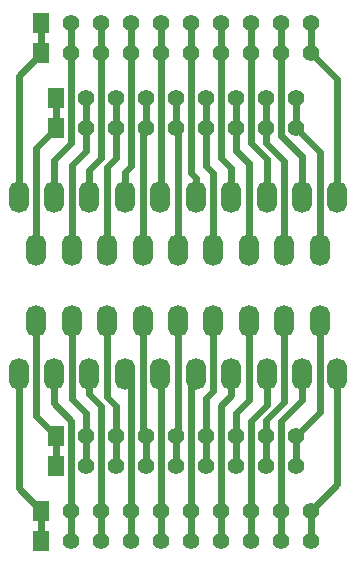
<source format=gbl>
G04 (created by PCBNEW (2013-07-07 BZR 4022)-stable) date 05/11/2014 12:09:02*
%MOIN*%
G04 Gerber Fmt 3.4, Leading zero omitted, Abs format*
%FSLAX34Y34*%
G01*
G70*
G90*
G04 APERTURE LIST*
%ADD10C,0.00590551*%
%ADD11R,0.0551181X0.0669291*%
%ADD12C,0.0551181*%
%ADD13O,0.0669291X0.106299*%
%ADD14C,0.024*%
G04 APERTURE END LIST*
G54D10*
G54D11*
X59750Y-54000D03*
G54D12*
X60750Y-54000D03*
X61750Y-54000D03*
X62750Y-54000D03*
X63750Y-54000D03*
X64750Y-54000D03*
X65750Y-54000D03*
X66750Y-54000D03*
X67750Y-54000D03*
X68750Y-54000D03*
G54D11*
X60250Y-66750D03*
G54D12*
X61250Y-66750D03*
X62250Y-66750D03*
X63250Y-66750D03*
X64250Y-66750D03*
X65250Y-66750D03*
X66250Y-66750D03*
X67250Y-66750D03*
X68250Y-66750D03*
G54D11*
X60250Y-56500D03*
G54D12*
X61250Y-56500D03*
X62250Y-56500D03*
X63250Y-56500D03*
X64250Y-56500D03*
X65250Y-56500D03*
X66250Y-56500D03*
X67250Y-56500D03*
X68250Y-56500D03*
G54D11*
X59750Y-69250D03*
G54D12*
X60750Y-69250D03*
X61750Y-69250D03*
X62750Y-69250D03*
X63750Y-69250D03*
X64750Y-69250D03*
X65750Y-69250D03*
X66750Y-69250D03*
X67750Y-69250D03*
X68750Y-69250D03*
G54D11*
X60250Y-55500D03*
G54D12*
X61250Y-55500D03*
X62250Y-55500D03*
X63250Y-55500D03*
X64250Y-55500D03*
X65250Y-55500D03*
X66250Y-55500D03*
X67250Y-55500D03*
X68250Y-55500D03*
G54D11*
X59750Y-53000D03*
G54D12*
X60750Y-53000D03*
X61750Y-53000D03*
X62750Y-53000D03*
X63750Y-53000D03*
X64750Y-53000D03*
X65750Y-53000D03*
X66750Y-53000D03*
X67750Y-53000D03*
X68750Y-53000D03*
G54D11*
X59750Y-70250D03*
G54D12*
X60750Y-70250D03*
X61750Y-70250D03*
X62750Y-70250D03*
X63750Y-70250D03*
X64750Y-70250D03*
X65750Y-70250D03*
X66750Y-70250D03*
X67750Y-70250D03*
X68750Y-70250D03*
G54D11*
X60250Y-67750D03*
G54D12*
X61250Y-67750D03*
X62250Y-67750D03*
X63250Y-67750D03*
X64250Y-67750D03*
X65250Y-67750D03*
X66250Y-67750D03*
X67250Y-67750D03*
X68250Y-67750D03*
G54D13*
X59000Y-58797D03*
X60181Y-58797D03*
X61362Y-58797D03*
X62543Y-58797D03*
X63724Y-58797D03*
X64905Y-58797D03*
X66086Y-58797D03*
X67267Y-58797D03*
X68448Y-58797D03*
X69629Y-58797D03*
X59000Y-64702D03*
X60181Y-64702D03*
X61362Y-64702D03*
X62543Y-64702D03*
X63724Y-64702D03*
X64905Y-64702D03*
X66086Y-64702D03*
X67267Y-64702D03*
X68448Y-64702D03*
X69629Y-64702D03*
X59590Y-60568D03*
X60774Y-60568D03*
X61955Y-60568D03*
X63137Y-60568D03*
X64318Y-60568D03*
X65499Y-60568D03*
X66680Y-60568D03*
X67861Y-60568D03*
X69042Y-60568D03*
X59590Y-62931D03*
X60774Y-62931D03*
X61955Y-62931D03*
X63137Y-62931D03*
X64318Y-62931D03*
X65499Y-62931D03*
X66680Y-62931D03*
X67861Y-62931D03*
X69042Y-62931D03*
G54D14*
X59000Y-58797D02*
X59000Y-54750D01*
X59000Y-54750D02*
X59750Y-54000D01*
X59750Y-53000D02*
X59750Y-54000D01*
X69629Y-58797D02*
X69629Y-54879D01*
X69629Y-54879D02*
X68750Y-54000D01*
X68750Y-53000D02*
X68750Y-54000D01*
X66680Y-60568D02*
X66680Y-57680D01*
X66250Y-57250D02*
X66250Y-56500D01*
X66680Y-57680D02*
X66250Y-57250D01*
X66250Y-55500D02*
X66250Y-56500D01*
X64318Y-62931D02*
X64318Y-66681D01*
X64318Y-66681D02*
X64250Y-66750D01*
X64250Y-67750D02*
X64250Y-66750D01*
X65499Y-62931D02*
X65499Y-65250D01*
X65250Y-65500D02*
X65250Y-66750D01*
X65499Y-65250D02*
X65250Y-65500D01*
X65250Y-67750D02*
X65250Y-66750D01*
X66680Y-62931D02*
X66680Y-65569D01*
X66250Y-66000D02*
X66250Y-66750D01*
X66680Y-65569D02*
X66250Y-66000D01*
X66250Y-67750D02*
X66250Y-66750D01*
X67861Y-62931D02*
X67861Y-65619D01*
X67250Y-66230D02*
X67250Y-66750D01*
X67861Y-65619D02*
X67250Y-66230D01*
X67250Y-67750D02*
X67250Y-66750D01*
X69042Y-62931D02*
X69042Y-65957D01*
X69042Y-65957D02*
X68250Y-66750D01*
X68250Y-67750D02*
X68250Y-66750D01*
X59590Y-60568D02*
X59590Y-57159D01*
X59590Y-57159D02*
X60250Y-56500D01*
X60250Y-55500D02*
X60250Y-56500D01*
X60774Y-60568D02*
X60774Y-57725D01*
X61250Y-57250D02*
X61250Y-56500D01*
X60774Y-57725D02*
X61250Y-57250D01*
X61250Y-55500D02*
X61250Y-56500D01*
X61955Y-60568D02*
X61955Y-57794D01*
X62250Y-57500D02*
X62250Y-56500D01*
X61955Y-57794D02*
X62250Y-57500D01*
X62250Y-55500D02*
X62250Y-56500D01*
X60750Y-54000D02*
X60750Y-57000D01*
X60181Y-57568D02*
X60181Y-58797D01*
X60750Y-57000D02*
X60181Y-57568D01*
X60750Y-53000D02*
X60750Y-54000D01*
X63137Y-60568D02*
X63137Y-56612D01*
X63137Y-56612D02*
X63250Y-56500D01*
X63250Y-55500D02*
X63250Y-56500D01*
X64318Y-60568D02*
X64318Y-56568D01*
X64318Y-56568D02*
X64250Y-56500D01*
X64250Y-55500D02*
X64250Y-56500D01*
X65499Y-60568D02*
X65499Y-57999D01*
X65250Y-57750D02*
X65250Y-56500D01*
X65499Y-57999D02*
X65250Y-57750D01*
X65250Y-55500D02*
X65250Y-56500D01*
X63137Y-62931D02*
X63137Y-66637D01*
X63137Y-66637D02*
X63250Y-66750D01*
X63250Y-67750D02*
X63250Y-66750D01*
X67861Y-60568D02*
X67861Y-57611D01*
X67250Y-57000D02*
X67250Y-56500D01*
X67861Y-57611D02*
X67250Y-57000D01*
X67250Y-55500D02*
X67250Y-56500D01*
X69042Y-60568D02*
X69042Y-57292D01*
X69042Y-57292D02*
X68250Y-56500D01*
X68250Y-55500D02*
X68250Y-56500D01*
X61750Y-69250D02*
X61750Y-65750D01*
X61362Y-65362D02*
X61362Y-64702D01*
X61750Y-65750D02*
X61362Y-65362D01*
X61750Y-70250D02*
X61750Y-69250D01*
X59750Y-70250D02*
X59750Y-69250D01*
X59000Y-64702D02*
X59000Y-68500D01*
X59000Y-68500D02*
X59750Y-69250D01*
X60750Y-69250D02*
X60750Y-66250D01*
X60181Y-65681D02*
X60181Y-64702D01*
X60750Y-66250D02*
X60181Y-65681D01*
X60750Y-70250D02*
X60750Y-69250D01*
X62750Y-69250D02*
X62750Y-64909D01*
X62750Y-64909D02*
X62543Y-64702D01*
X62750Y-70250D02*
X62750Y-69250D01*
X61750Y-54000D02*
X61750Y-57500D01*
X61362Y-57887D02*
X61362Y-58797D01*
X61750Y-57500D02*
X61362Y-57887D01*
X61750Y-53000D02*
X61750Y-54000D01*
X63750Y-69250D02*
X63750Y-64728D01*
X63750Y-64728D02*
X63724Y-64702D01*
X63750Y-70250D02*
X63750Y-69250D01*
X64750Y-69250D02*
X64750Y-64858D01*
X64750Y-64858D02*
X64905Y-64702D01*
X64750Y-70250D02*
X64750Y-69250D01*
X65750Y-69250D02*
X65750Y-65750D01*
X66086Y-65413D02*
X66086Y-64702D01*
X65750Y-65750D02*
X66086Y-65413D01*
X65750Y-70250D02*
X65750Y-69250D01*
X66750Y-69250D02*
X66750Y-66250D01*
X67267Y-65732D02*
X67267Y-64702D01*
X66750Y-66250D02*
X67267Y-65732D01*
X66750Y-70250D02*
X66750Y-69250D01*
X67750Y-69250D02*
X67750Y-66250D01*
X68448Y-65551D02*
X68448Y-64702D01*
X67750Y-66250D02*
X68448Y-65551D01*
X67750Y-70250D02*
X67750Y-69250D01*
X68750Y-70250D02*
X68750Y-69250D01*
X69629Y-64702D02*
X69629Y-68370D01*
X69629Y-68370D02*
X68750Y-69250D01*
X59590Y-62931D02*
X59590Y-66090D01*
X59590Y-66090D02*
X60250Y-66750D01*
X60250Y-67750D02*
X60250Y-66750D01*
X60774Y-62931D02*
X60774Y-65524D01*
X61250Y-66000D02*
X61250Y-66750D01*
X60774Y-65524D02*
X61250Y-66000D01*
X61250Y-67750D02*
X61250Y-66750D01*
X61955Y-62931D02*
X61955Y-65455D01*
X62250Y-65750D02*
X62250Y-66750D01*
X61955Y-65455D02*
X62250Y-65750D01*
X62250Y-67750D02*
X62250Y-66750D01*
X62750Y-54000D02*
X62750Y-57750D01*
X62543Y-57956D02*
X62543Y-58797D01*
X62750Y-57750D02*
X62543Y-57956D01*
X62750Y-53000D02*
X62750Y-54000D01*
X63750Y-54000D02*
X63750Y-58771D01*
X63750Y-58771D02*
X63724Y-58797D01*
X63750Y-53000D02*
X63750Y-54000D01*
X64750Y-54000D02*
X64750Y-58000D01*
X64905Y-58155D02*
X64905Y-58797D01*
X64750Y-58000D02*
X64905Y-58155D01*
X64750Y-53000D02*
X64750Y-54000D01*
X65750Y-54000D02*
X65750Y-57500D01*
X66086Y-57836D02*
X66086Y-58797D01*
X65750Y-57500D02*
X66086Y-57836D01*
X65750Y-53000D02*
X65750Y-54000D01*
X66750Y-54000D02*
X66750Y-57000D01*
X67267Y-57517D02*
X67267Y-58797D01*
X66750Y-57000D02*
X67267Y-57517D01*
X66750Y-53000D02*
X66750Y-54000D01*
X67750Y-54000D02*
X67750Y-56750D01*
X68448Y-57448D02*
X68448Y-58797D01*
X67750Y-56750D02*
X68448Y-57448D01*
X67750Y-53000D02*
X67750Y-54000D01*
M02*

</source>
